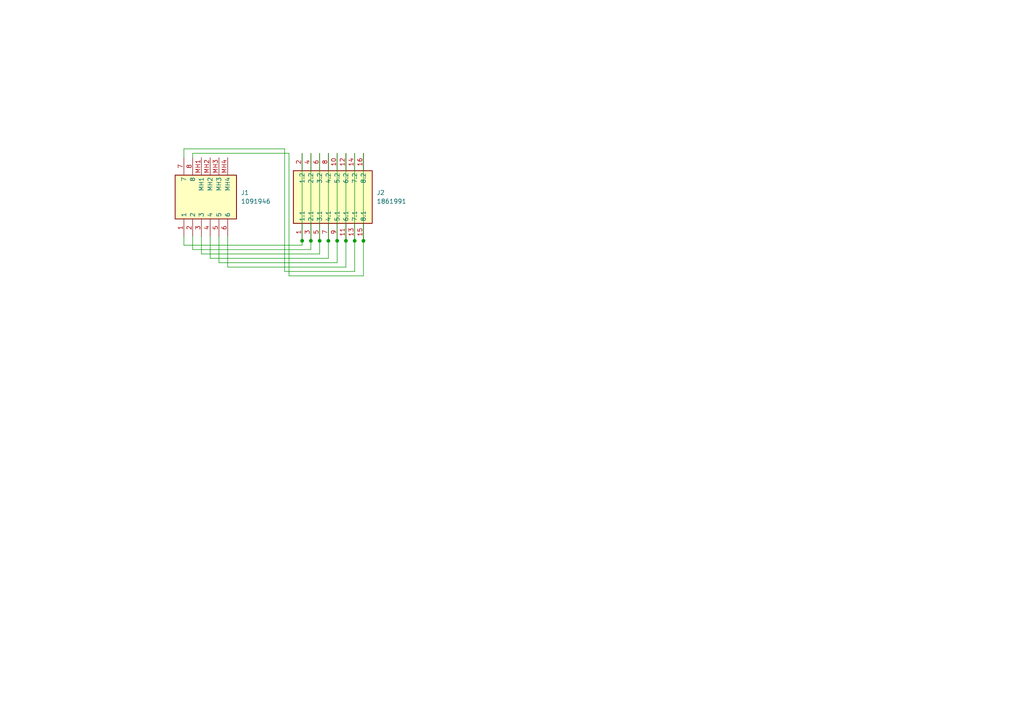
<source format=kicad_sch>
(kicad_sch (version 20230121) (generator eeschema)
  (paper "A4")
  (title_block (title "RJ45 Breakout Board") (date "2023-11-08") (rev "0.1.0") (company "Codex Microsystems"))
  (lib_symbols
    (symbol "Connector_Phoenix:1091946"
      (property "Reference" "J" (at 19.05 7.62 0))
      (property "Value" "1091946" (at 19.05 5.08 0))
      (symbol "1091946_1_1"
        (rectangle (start 5.08 2.54) (end 17.78 -15.24) (stroke (width 0.254)) (fill (type background)))
        (pin passive line (at 0 0 0) (length 5.08) (name "1") (number "1"))
        (pin passive line (at 0 -2.54 0) (length 5.08) (name "2") (number "2"))
        (pin passive line (at 0 -5.08 0) (length 5.08) (name "3") (number "3"))
        (pin passive line (at 0 -7.62 0) (length 5.08) (name "4") (number "4"))
        (pin passive line (at 0 -10.16 0) (length 5.08) (name "5") (number "5"))
        (pin passive line (at 0 -12.7 0) (length 5.08) (name "6") (number "6"))
        (pin passive line (at 22.86 0 180) (length 5.08) (name "7") (number "7"))
        (pin passive line (at 22.86 -2.54 180) (length 5.08) (name "8") (number "8"))
        (pin passive line (at 22.86 -5.08 180) (length 5.08) (name "MH1") (number "MH1"))
        (pin passive line (at 22.86 -7.62 180) (length 5.08) (name "MH2") (number "MH2"))
        (pin passive line (at 22.86 -10.16 180) (length 5.08) (name "MH3") (number "MH3"))
        (pin passive line (at 22.86 -12.7 180) (length 5.08) (name "MH4") (number "MH4"))
      )
    )
    (symbol "Connector_Phoenix:1861991"
      (property "Reference" "J" (at 21.59 7.62 0))
      (property "Value" "1861991" (at 21.59 5.08 0))
      (symbol "1861991_1_1"
        (rectangle (start 5.08 2.54) (end 20.32 -20.32) (stroke (width 0.254)) (fill (type background)))
        (pin passive line (at 0 0 0) (length 5.08) (name "1.1") (number "1"))
        (pin passive line (at 25.4 -10.16 180) (length 5.08) (name "5.2") (number "10"))
        (pin passive line (at 0 -12.7 0) (length 5.08) (name "6.1") (number "11"))
        (pin passive line (at 25.4 -12.7 180) (length 5.08) (name "6.2") (number "12"))
        (pin passive line (at 0 -15.24 0) (length 5.08) (name "7.1") (number "13"))
        (pin passive line (at 25.4 -15.24 180) (length 5.08) (name "7.2") (number "14"))
        (pin passive line (at 0 -17.78 0) (length 5.08) (name "8.1") (number "15"))
        (pin passive line (at 25.4 -17.78 180) (length 5.08) (name "8.2") (number "16"))
        (pin passive line (at 25.4 0 180) (length 5.08) (name "1.2") (number "2"))
        (pin passive line (at 0 -2.54 0) (length 5.08) (name "2.1") (number "3"))
        (pin passive line (at 25.4 -2.54 180) (length 5.08) (name "2.2") (number "4"))
        (pin passive line (at 0 -5.08 0) (length 5.08) (name "3.1") (number "5"))
        (pin passive line (at 25.4 -5.08 180) (length 5.08) (name "3.2") (number "6"))
        (pin passive line (at 0 -7.62 0) (length 5.08) (name "4.1") (number "7"))
        (pin passive line (at 25.4 -7.62 180) (length 5.08) (name "4.2") (number "8"))
        (pin passive line (at 0 -10.16 0) (length 5.08) (name "5.1") (number "9"))
      )
    )
  )
  (junction (at 105.41 69.85))
  (junction (at 100.33 69.85))
  (junction (at 102.87 69.85))
  (junction (at 95.25 69.85))
  (junction (at 87.63 69.85))
  (junction (at 92.71 69.85))
  (junction (at 97.79 69.85))
  (junction (at 90.17 69.85))
  (wire (pts (xy 83.82 80.01) (xy 105.41 80.01)))
  (wire (pts (xy 55.88 72.39) (xy 90.17 72.39)))
  (wire (pts (xy 66.04 68.58) (xy 66.04 77.47)))
  (wire (pts (xy 58.42 68.58) (xy 58.42 73.66)))
  (wire (pts (xy 55.88 44.45) (xy 83.82 44.45)))
  (wire (pts (xy 90.17 44.45) (xy 90.17 69.85)))
  (wire (pts (xy 60.96 68.58) (xy 60.96 74.93)))
  (wire (pts (xy 53.34 45.72) (xy 53.34 43.18)))
  (wire (pts (xy 53.34 71.12) (xy 87.63 71.12)))
  (wire (pts (xy 105.41 44.45) (xy 105.41 69.85)))
  (wire (pts (xy 55.88 68.58) (xy 55.88 72.39)))
  (wire (pts (xy 100.33 77.47) (xy 100.33 69.85)))
  (wire (pts (xy 95.25 74.93) (xy 95.25 69.85)))
  (wire (pts (xy 60.96 74.93) (xy 95.25 74.93)))
  (wire (pts (xy 66.04 77.47) (xy 100.33 77.47)))
  (wire (pts (xy 58.42 73.66) (xy 92.71 73.66)))
  (wire (pts (xy 105.41 80.01) (xy 105.41 69.85)))
  (wire (pts (xy 90.17 72.39) (xy 90.17 69.85)))
  (wire (pts (xy 92.71 73.66) (xy 92.71 69.85)))
  (wire (pts (xy 82.55 43.18) (xy 82.55 78.74)))
  (wire (pts (xy 102.87 78.74) (xy 102.87 69.85)))
  (wire (pts (xy 55.88 45.72) (xy 55.88 44.45)))
  (wire (pts (xy 87.63 44.45) (xy 87.63 69.85)))
  (wire (pts (xy 53.34 68.58) (xy 53.34 71.12)))
  (wire (pts (xy 82.55 78.74) (xy 102.87 78.74)))
  (wire (pts (xy 63.5 68.58) (xy 63.5 76.2)))
  (wire (pts (xy 87.63 71.12) (xy 87.63 69.85)))
  (wire (pts (xy 63.5 76.2) (xy 97.79 76.2)))
  (wire (pts (xy 97.79 44.45) (xy 97.79 69.85)))
  (wire (pts (xy 53.34 43.18) (xy 82.55 43.18)))
  (wire (pts (xy 95.25 44.45) (xy 95.25 69.85)))
  (wire (pts (xy 92.71 44.45) (xy 92.71 69.85)))
  (wire (pts (xy 83.82 44.45) (xy 83.82 80.01)))
  (wire (pts (xy 102.87 44.45) (xy 102.87 69.85)))
  (wire (pts (xy 97.79 76.2) (xy 97.79 69.85)))
  (wire (pts (xy 100.33 44.45) (xy 100.33 69.85)))
  (symbol (lib_id "Connector_Phoenix:1861991") (at 87.63 69.85 90) (unit 1)
    (property "Reference" "J2" (at 109.22 55.88 90) (effects (justify right)))
    (property "Value" "1861991" (at 109.22 58.42 90) (effects (justify right)))
    (property "Footprint" "Connector_Phoenix:1861991" (effects hide))
    (property "Datasheet" "http://www.phoenixcontact.com/de/produkte/1861991/pdf" (effects hide))
    (property "Height" "8.15" (effects hide))
    (property "Manufacturer_Name" "Phoenix Contact" (effects hide))
    (property "Manufacturer_Part_Number" "1861991" (effects hide))
    (property "Mouser Part Number" "651-1861991" (effects hide))
    (property "Mouser Price/Stock" "https://www.mouser.co.uk/ProductDetail/Phoenix-Contact/1861991?qs=tlR8i4ZVbUcavsn%2FcMsKTg%3D%3D" (effects hide))
  )
  (symbol (lib_id "Connector_Phoenix:1091946") (at 53.34 68.58 90) (unit 1)
    (property "Reference" "J1" (at 69.85 55.88 90) (effects (justify right)))
    (property "Value" "1091946" (at 69.85 58.42 90) (effects (justify right)))
    (property "Footprint" "Connector_Phoenix:1091946" (effects hide))
    (property "Datasheet" "http://www.phoenixcontact.com/de/produkte/1091946" (effects hide))
    (property "Height" "12.65" (effects hide))
    (property "Manufacturer_Name" "Phoenix Contact" (effects hide))
    (property "Manufacturer_Part_Number" "1091946" (effects hide))
    (property "Mouser Part Number" "651-1091946" (effects hide))
    (property "Mouser Price/Stock" "https://www.mouser.co.uk/ProductDetail/Phoenix-Contact/1091946?qs=vHuUswq2%252BszFcYPJwwBg5Q%3D%3D" (effects hide))
  )
)
</source>
